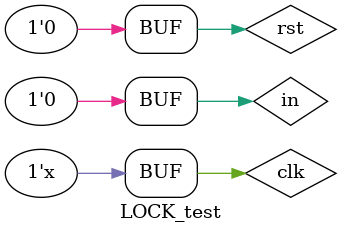
<source format=v>
module LOCK_test();

//module moore_lock (in,rst,clk,openlock,alarm);

	reg in, rst, clk;
	wire openlock,alarm;
	
	LOCK lock1(in,rst,clk,openlock,alarm);
	
	initial	begin
		clk = 0;
		in = 1;
		#10 in = 1;
		#10 in = 0;
		#10 in = 1;
		#10 in = 1;
		#10 in = 0;
		#10 in = 0;
		#10 in = 0;
		#10 in = 1;
		#10 in = 0;
		#10 in = 0;
	end
	
	initial	begin		
		rst = 1;
		#10 rst = 0;			
	end			
	
	always 
		#10 clk = ~clk;	
	
		
endmodule


</source>
